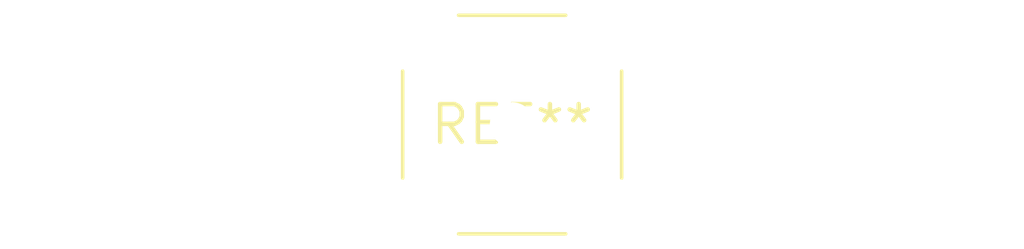
<source format=kicad_pcb>
(kicad_pcb (version 20240108) (generator pcbnew)
  (layers (0 "F.Cu" signal) (31 "B.Cu" signal) (34 "B.Paste" user) (35 "F.Paste" user) (36 "B.SilkS" user "B.Silkscreen") (37 "F.SilkS" user "F.Silkscreen") (38 "B.Mask" user) (39 "F.Mask" user) (44 "Edge.Cuts" user))
  (net 0 "")
  (footprint "SMA_Amphenol_132134-16_Vertical" (layer "F.Cu") (at 0 0)
    (property "Reference" "REF**")
    (property "Value" "SMA_Amphenol_132134-16_Vertical")
    (fp_line (start -3.68 -1.8) (end -3.68 1.8) (layer "F.SilkS") (stroke (width 0.12)))
    (fp_line (start -1.8 -3.68) (end 1.8 -3.68) (layer "F.SilkS") (stroke (width 0.12)))
    (fp_line (start -1.8 3.68) (end 1.8 3.68) (layer "F.SilkS") (stroke (width 0.12)))
    (fp_line (start 3.68 -1.8) (end 3.68 1.8) (layer "F.SilkS") (stroke (width 0.12)))
    (pad "1" thru_hole circle (at 0 0) (size 2.05 2.05) (drill 1.5) (layers *.Cu *.Mask) (remove_unused_layers))
    (pad "2" thru_hole circle (at -2.54 -2.54) (size 2.25 2.25) (drill 1.7) (layers *.Cu *.Mask) (remove_unused_layers))
    (pad "2" thru_hole circle (at -2.54 2.54) (size 2.25 2.25) (drill 1.7) (layers *.Cu *.Mask) (remove_unused_layers))
    (pad "2" thru_hole circle (at 2.54 -2.54) (size 2.25 2.25) (drill 1.7) (layers *.Cu *.Mask) (remove_unused_layers))
    (pad "2" thru_hole circle (at 2.54 2.54) (size 2.25 2.25) (drill 1.7) (layers *.Cu *.Mask) (remove_unused_layers))
  )
)
</source>
